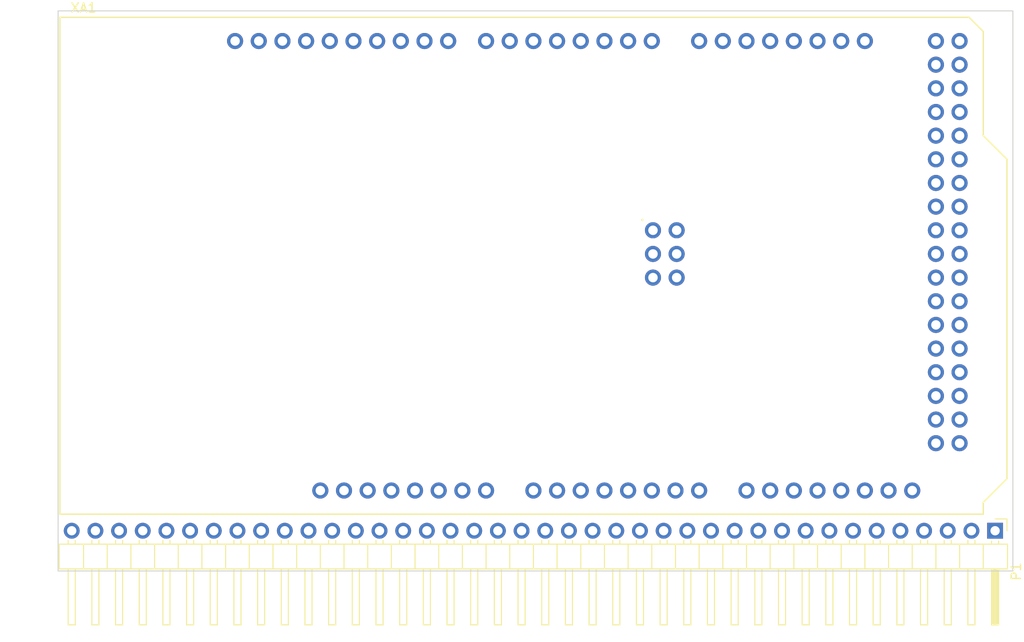
<source format=kicad_pcb>
(kicad_pcb (version 20171130) (host pcbnew "(5.1.10)-1")

  (general
    (thickness 1.6)
    (drawings 4)
    (tracks 0)
    (zones 0)
    (modules 2)
    (nets 30)
  )

  (page A4)
  (layers
    (0 F.Cu signal)
    (31 B.Cu signal)
    (32 B.Adhes user)
    (33 F.Adhes user)
    (34 B.Paste user)
    (35 F.Paste user)
    (36 B.SilkS user)
    (37 F.SilkS user)
    (38 B.Mask user)
    (39 F.Mask user)
    (40 Dwgs.User user)
    (41 Cmts.User user)
    (42 Eco1.User user)
    (43 Eco2.User user)
    (44 Edge.Cuts user)
    (45 Margin user)
    (46 B.CrtYd user)
    (47 F.CrtYd user)
    (48 B.Fab user)
    (49 F.Fab user)
  )

  (setup
    (last_trace_width 0.25)
    (trace_clearance 0.2)
    (zone_clearance 0.508)
    (zone_45_only no)
    (trace_min 0.2)
    (via_size 0.8)
    (via_drill 0.4)
    (via_min_size 0.4)
    (via_min_drill 0.3)
    (uvia_size 0.3)
    (uvia_drill 0.1)
    (uvias_allowed no)
    (uvia_min_size 0.2)
    (uvia_min_drill 0.1)
    (edge_width 0.05)
    (segment_width 0.2)
    (pcb_text_width 0.3)
    (pcb_text_size 1.5 1.5)
    (mod_edge_width 0.12)
    (mod_text_size 1 1)
    (mod_text_width 0.15)
    (pad_size 1.524 1.524)
    (pad_drill 0.762)
    (pad_to_mask_clearance 0)
    (aux_axis_origin 0 0)
    (visible_elements FFFFFF7F)
    (pcbplotparams
      (layerselection 0x010fc_ffffffff)
      (usegerberextensions false)
      (usegerberattributes true)
      (usegerberadvancedattributes true)
      (creategerberjobfile true)
      (excludeedgelayer true)
      (linewidth 0.100000)
      (plotframeref false)
      (viasonmask false)
      (mode 1)
      (useauxorigin false)
      (hpglpennumber 1)
      (hpglpenspeed 20)
      (hpglpendiameter 15.000000)
      (psnegative false)
      (psa4output false)
      (plotreference true)
      (plotvalue true)
      (plotinvisibletext false)
      (padsonsilk false)
      (subtractmaskfromsilk false)
      (outputformat 1)
      (mirror false)
      (drillshape 1)
      (scaleselection 1)
      (outputdirectory ""))
  )

  (net 0 "")
  (net 1 GND)
  (net 2 Tx)
  (net 3 Rx)
  (net 4 D7)
  (net 5 D6)
  (net 6 D5)
  (net 7 D4)
  (net 8 D3)
  (net 9 D2)
  (net 10 D1)
  (net 11 D0)
  (net 12 R~W)
  (net 13 CLK)
  (net 14 A0)
  (net 15 A1)
  (net 16 A2)
  (net 17 A3)
  (net 18 A4)
  (net 19 A5)
  (net 20 A6)
  (net 21 A7)
  (net 22 A8)
  (net 23 A9)
  (net 24 A10)
  (net 25 A11)
  (net 26 A12)
  (net 27 A13)
  (net 28 A14)
  (net 29 A15)

  (net_class Default "This is the default net class."
    (clearance 0.2)
    (trace_width 0.25)
    (via_dia 0.8)
    (via_drill 0.4)
    (uvia_dia 0.3)
    (uvia_drill 0.1)
    (add_net A0)
    (add_net A1)
    (add_net A10)
    (add_net A11)
    (add_net A12)
    (add_net A13)
    (add_net A14)
    (add_net A15)
    (add_net A2)
    (add_net A3)
    (add_net A4)
    (add_net A5)
    (add_net A6)
    (add_net A7)
    (add_net A8)
    (add_net A9)
    (add_net CLK)
    (add_net D0)
    (add_net D1)
    (add_net D2)
    (add_net D3)
    (add_net D4)
    (add_net D5)
    (add_net D6)
    (add_net D7)
    (add_net GND)
    (add_net "Net-(P1-Pad18)")
    (add_net "Net-(P1-Pad19)")
    (add_net "Net-(P1-Pad20)")
    (add_net "Net-(P1-Pad22)")
    (add_net "Net-(P1-Pad23)")
    (add_net "Net-(P1-Pad25)")
    (add_net "Net-(P1-Pad26)")
    (add_net "Net-(P1-Pad37)")
    (add_net "Net-(P1-Pad38)")
    (add_net "Net-(P1-Pad39)")
    (add_net "Net-(XA1-Pad3V3)")
    (add_net "Net-(XA1-Pad5V1)")
    (add_net "Net-(XA1-Pad5V2)")
    (add_net "Net-(XA1-Pad5V3)")
    (add_net "Net-(XA1-Pad5V4)")
    (add_net "Net-(XA1-PadA0)")
    (add_net "Net-(XA1-PadA1)")
    (add_net "Net-(XA1-PadA10)")
    (add_net "Net-(XA1-PadA11)")
    (add_net "Net-(XA1-PadA12)")
    (add_net "Net-(XA1-PadA13)")
    (add_net "Net-(XA1-PadA14)")
    (add_net "Net-(XA1-PadA15)")
    (add_net "Net-(XA1-PadA2)")
    (add_net "Net-(XA1-PadA3)")
    (add_net "Net-(XA1-PadA4)")
    (add_net "Net-(XA1-PadA5)")
    (add_net "Net-(XA1-PadA6)")
    (add_net "Net-(XA1-PadA7)")
    (add_net "Net-(XA1-PadA8)")
    (add_net "Net-(XA1-PadA9)")
    (add_net "Net-(XA1-PadAREF)")
    (add_net "Net-(XA1-PadD0)")
    (add_net "Net-(XA1-PadD1)")
    (add_net "Net-(XA1-PadD10)")
    (add_net "Net-(XA1-PadD11)")
    (add_net "Net-(XA1-PadD12)")
    (add_net "Net-(XA1-PadD13)")
    (add_net "Net-(XA1-PadD14)")
    (add_net "Net-(XA1-PadD15)")
    (add_net "Net-(XA1-PadD16)")
    (add_net "Net-(XA1-PadD17)")
    (add_net "Net-(XA1-PadD18)")
    (add_net "Net-(XA1-PadD19)")
    (add_net "Net-(XA1-PadD20)")
    (add_net "Net-(XA1-PadD21)")
    (add_net "Net-(XA1-PadD23)")
    (add_net "Net-(XA1-PadD25)")
    (add_net "Net-(XA1-PadD27)")
    (add_net "Net-(XA1-PadD29)")
    (add_net "Net-(XA1-PadD31)")
    (add_net "Net-(XA1-PadD33)")
    (add_net "Net-(XA1-PadD35)")
    (add_net "Net-(XA1-PadD37)")
    (add_net "Net-(XA1-PadD4)")
    (add_net "Net-(XA1-PadD5)")
    (add_net "Net-(XA1-PadD6)")
    (add_net "Net-(XA1-PadD7)")
    (add_net "Net-(XA1-PadD8)")
    (add_net "Net-(XA1-PadD9)")
    (add_net "Net-(XA1-PadGND4)")
    (add_net "Net-(XA1-PadGND6)")
    (add_net "Net-(XA1-PadIORF)")
    (add_net "Net-(XA1-PadMISO)")
    (add_net "Net-(XA1-PadMOSI)")
    (add_net "Net-(XA1-PadRST1)")
    (add_net "Net-(XA1-PadRST2)")
    (add_net "Net-(XA1-PadSCK)")
    (add_net "Net-(XA1-PadVIN)")
    (add_net Rx)
    (add_net R~W)
    (add_net Tx)
  )

  (module ARduino:Arduino_Mega2560_Shield (layer F.Cu) (tedit 5A8605D3) (tstamp 611DDCAE)
    (at 107.1245 103.251)
    (descr https://store.arduino.cc/arduino-mega-2560-rev3)
    (path /611DB45A)
    (fp_text reference XA1 (at 2.54 -54.356) (layer F.SilkS)
      (effects (font (size 1 1) (thickness 0.15)))
    )
    (fp_text value Arduino_Mega2560_Shield (at 15.494 -54.356) (layer F.Fab)
      (effects (font (size 1 1) (thickness 0.15)))
    )
    (fp_text user . (at 62.484 -32.004) (layer F.SilkS)
      (effects (font (size 1 1) (thickness 0.15)))
    )
    (fp_line (start 9.525 -32.385) (end -6.35 -32.385) (layer B.CrtYd) (width 0.15))
    (fp_line (start 9.525 -43.815) (end -6.35 -43.815) (layer B.CrtYd) (width 0.15))
    (fp_line (start 9.525 -43.815) (end 9.525 -32.385) (layer B.CrtYd) (width 0.15))
    (fp_line (start -6.35 -43.815) (end -6.35 -32.385) (layer B.CrtYd) (width 0.15))
    (fp_line (start 11.43 -12.065) (end 11.43 -3.175) (layer B.CrtYd) (width 0.15))
    (fp_line (start -1.905 -3.175) (end 11.43 -3.175) (layer B.CrtYd) (width 0.15))
    (fp_line (start -1.905 -12.065) (end -1.905 -3.175) (layer B.CrtYd) (width 0.15))
    (fp_line (start -1.905 -12.065) (end 11.43 -12.065) (layer B.CrtYd) (width 0.15))
    (fp_line (start 0 -53.34) (end 0 0) (layer F.SilkS) (width 0.15))
    (fp_line (start 99.06 -40.64) (end 99.06 -51.816) (layer F.SilkS) (width 0.15))
    (fp_line (start 101.6 -38.1) (end 99.06 -40.64) (layer F.SilkS) (width 0.15))
    (fp_line (start 101.6 -3.81) (end 101.6 -38.1) (layer F.SilkS) (width 0.15))
    (fp_line (start 99.06 -1.27) (end 101.6 -3.81) (layer F.SilkS) (width 0.15))
    (fp_line (start 99.06 0) (end 99.06 -1.27) (layer F.SilkS) (width 0.15))
    (fp_line (start 97.536 -53.34) (end 99.06 -51.816) (layer F.SilkS) (width 0.15))
    (fp_line (start 0 0) (end 99.06 0) (layer F.SilkS) (width 0.15))
    (fp_line (start 0 -53.34) (end 97.536 -53.34) (layer F.SilkS) (width 0.15))
    (pad MISO thru_hole oval (at 63.627 -30.48) (size 1.7272 1.7272) (drill 1.016) (layers *.Cu *.Mask))
    (pad GND6 thru_hole oval (at 96.52 -7.62) (size 1.7272 1.7272) (drill 1.016) (layers *.Cu *.Mask))
    (pad GND5 thru_hole oval (at 93.98 -7.62) (size 1.7272 1.7272) (drill 1.016) (layers *.Cu *.Mask)
      (net 1 GND))
    (pad D53 thru_hole oval (at 96.52 -10.16) (size 1.7272 1.7272) (drill 1.016) (layers *.Cu *.Mask)
      (net 4 D7))
    (pad D52 thru_hole oval (at 93.98 -10.16) (size 1.7272 1.7272) (drill 1.016) (layers *.Cu *.Mask)
      (net 14 A0))
    (pad D51 thru_hole oval (at 96.52 -12.7) (size 1.7272 1.7272) (drill 1.016) (layers *.Cu *.Mask)
      (net 5 D6))
    (pad D50 thru_hole oval (at 93.98 -12.7) (size 1.7272 1.7272) (drill 1.016) (layers *.Cu *.Mask)
      (net 15 A1))
    (pad D49 thru_hole oval (at 96.52 -15.24) (size 1.7272 1.7272) (drill 1.016) (layers *.Cu *.Mask)
      (net 6 D5))
    (pad D48 thru_hole oval (at 93.98 -15.24) (size 1.7272 1.7272) (drill 1.016) (layers *.Cu *.Mask)
      (net 16 A2))
    (pad D47 thru_hole oval (at 96.52 -17.78) (size 1.7272 1.7272) (drill 1.016) (layers *.Cu *.Mask)
      (net 7 D4))
    (pad D46 thru_hole oval (at 93.98 -17.78) (size 1.7272 1.7272) (drill 1.016) (layers *.Cu *.Mask)
      (net 17 A3))
    (pad D45 thru_hole oval (at 96.52 -20.32) (size 1.7272 1.7272) (drill 1.016) (layers *.Cu *.Mask)
      (net 8 D3))
    (pad D44 thru_hole oval (at 93.98 -20.32) (size 1.7272 1.7272) (drill 1.016) (layers *.Cu *.Mask)
      (net 18 A4))
    (pad D43 thru_hole oval (at 96.52 -22.86) (size 1.7272 1.7272) (drill 1.016) (layers *.Cu *.Mask)
      (net 9 D2))
    (pad D42 thru_hole oval (at 93.98 -22.86) (size 1.7272 1.7272) (drill 1.016) (layers *.Cu *.Mask)
      (net 19 A5))
    (pad D41 thru_hole oval (at 96.52 -25.4) (size 1.7272 1.7272) (drill 1.016) (layers *.Cu *.Mask)
      (net 10 D1))
    (pad D40 thru_hole oval (at 93.98 -25.4) (size 1.7272 1.7272) (drill 1.016) (layers *.Cu *.Mask)
      (net 20 A6))
    (pad D39 thru_hole oval (at 96.52 -27.94) (size 1.7272 1.7272) (drill 1.016) (layers *.Cu *.Mask)
      (net 11 D0))
    (pad D38 thru_hole oval (at 93.98 -27.94) (size 1.7272 1.7272) (drill 1.016) (layers *.Cu *.Mask)
      (net 21 A7))
    (pad D37 thru_hole oval (at 96.52 -30.48) (size 1.7272 1.7272) (drill 1.016) (layers *.Cu *.Mask))
    (pad D36 thru_hole oval (at 93.98 -30.48) (size 1.7272 1.7272) (drill 1.016) (layers *.Cu *.Mask)
      (net 22 A8))
    (pad D35 thru_hole oval (at 96.52 -33.02) (size 1.7272 1.7272) (drill 1.016) (layers *.Cu *.Mask))
    (pad D34 thru_hole oval (at 93.98 -33.02) (size 1.7272 1.7272) (drill 1.016) (layers *.Cu *.Mask)
      (net 23 A9))
    (pad D33 thru_hole oval (at 96.52 -35.56) (size 1.7272 1.7272) (drill 1.016) (layers *.Cu *.Mask))
    (pad D32 thru_hole oval (at 93.98 -35.56) (size 1.7272 1.7272) (drill 1.016) (layers *.Cu *.Mask)
      (net 24 A10))
    (pad D31 thru_hole oval (at 96.52 -38.1) (size 1.7272 1.7272) (drill 1.016) (layers *.Cu *.Mask))
    (pad D30 thru_hole oval (at 93.98 -38.1) (size 1.7272 1.7272) (drill 1.016) (layers *.Cu *.Mask)
      (net 25 A11))
    (pad D29 thru_hole oval (at 96.52 -40.64) (size 1.7272 1.7272) (drill 1.016) (layers *.Cu *.Mask))
    (pad D28 thru_hole oval (at 93.98 -40.64) (size 1.7272 1.7272) (drill 1.016) (layers *.Cu *.Mask)
      (net 26 A12))
    (pad D27 thru_hole oval (at 96.52 -43.18) (size 1.7272 1.7272) (drill 1.016) (layers *.Cu *.Mask))
    (pad D26 thru_hole oval (at 93.98 -43.18) (size 1.7272 1.7272) (drill 1.016) (layers *.Cu *.Mask)
      (net 27 A13))
    (pad D25 thru_hole oval (at 96.52 -45.72) (size 1.7272 1.7272) (drill 1.016) (layers *.Cu *.Mask))
    (pad D24 thru_hole oval (at 93.98 -45.72) (size 1.7272 1.7272) (drill 1.016) (layers *.Cu *.Mask)
      (net 28 A14))
    (pad D23 thru_hole oval (at 96.52 -48.26) (size 1.7272 1.7272) (drill 1.016) (layers *.Cu *.Mask))
    (pad D22 thru_hole oval (at 93.98 -48.26) (size 1.7272 1.7272) (drill 1.016) (layers *.Cu *.Mask)
      (net 29 A15))
    (pad 5V4 thru_hole oval (at 96.52 -50.8) (size 1.7272 1.7272) (drill 1.016) (layers *.Cu *.Mask))
    (pad 5V3 thru_hole oval (at 93.98 -50.8) (size 1.7272 1.7272) (drill 1.016) (layers *.Cu *.Mask))
    (pad A15 thru_hole oval (at 91.44 -2.54) (size 1.7272 1.7272) (drill 1.016) (layers *.Cu *.Mask))
    (pad A14 thru_hole oval (at 88.9 -2.54) (size 1.7272 1.7272) (drill 1.016) (layers *.Cu *.Mask))
    (pad A13 thru_hole oval (at 86.36 -2.54) (size 1.7272 1.7272) (drill 1.016) (layers *.Cu *.Mask))
    (pad A12 thru_hole oval (at 83.82 -2.54) (size 1.7272 1.7272) (drill 1.016) (layers *.Cu *.Mask))
    (pad A11 thru_hole oval (at 81.28 -2.54) (size 1.7272 1.7272) (drill 1.016) (layers *.Cu *.Mask))
    (pad A10 thru_hole oval (at 78.74 -2.54) (size 1.7272 1.7272) (drill 1.016) (layers *.Cu *.Mask))
    (pad A9 thru_hole oval (at 76.2 -2.54) (size 1.7272 1.7272) (drill 1.016) (layers *.Cu *.Mask))
    (pad A8 thru_hole oval (at 73.66 -2.54) (size 1.7272 1.7272) (drill 1.016) (layers *.Cu *.Mask))
    (pad A7 thru_hole oval (at 68.58 -2.54) (size 1.7272 1.7272) (drill 1.016) (layers *.Cu *.Mask))
    (pad A6 thru_hole oval (at 66.04 -2.54) (size 1.7272 1.7272) (drill 1.016) (layers *.Cu *.Mask))
    (pad A5 thru_hole oval (at 63.5 -2.54) (size 1.7272 1.7272) (drill 1.016) (layers *.Cu *.Mask))
    (pad A4 thru_hole oval (at 60.96 -2.54) (size 1.7272 1.7272) (drill 1.016) (layers *.Cu *.Mask))
    (pad A3 thru_hole oval (at 58.42 -2.54) (size 1.7272 1.7272) (drill 1.016) (layers *.Cu *.Mask))
    (pad A2 thru_hole oval (at 55.88 -2.54) (size 1.7272 1.7272) (drill 1.016) (layers *.Cu *.Mask))
    (pad A1 thru_hole oval (at 53.34 -2.54) (size 1.7272 1.7272) (drill 1.016) (layers *.Cu *.Mask))
    (pad "" thru_hole oval (at 27.94 -2.54) (size 1.7272 1.7272) (drill 1.016) (layers *.Cu *.Mask))
    (pad D11 thru_hole oval (at 34.036 -50.8) (size 1.7272 1.7272) (drill 1.016) (layers *.Cu *.Mask))
    (pad D12 thru_hole oval (at 31.496 -50.8) (size 1.7272 1.7272) (drill 1.016) (layers *.Cu *.Mask))
    (pad D13 thru_hole oval (at 28.956 -50.8) (size 1.7272 1.7272) (drill 1.016) (layers *.Cu *.Mask))
    (pad AREF thru_hole oval (at 23.876 -50.8) (size 1.7272 1.7272) (drill 1.016) (layers *.Cu *.Mask))
    (pad SDA thru_hole oval (at 21.336 -50.8) (size 1.7272 1.7272) (drill 1.016) (layers *.Cu *.Mask)
      (net 3 Rx))
    (pad SCL thru_hole oval (at 18.796 -50.8) (size 1.7272 1.7272) (drill 1.016) (layers *.Cu *.Mask)
      (net 2 Tx))
    (pad "" np_thru_hole circle (at 13.97 -2.54) (size 3.2 3.2) (drill 3.2) (layers *.Cu *.Mask))
    (pad "" np_thru_hole circle (at 96.52 -2.54) (size 3.2 3.2) (drill 3.2) (layers *.Cu *.Mask))
    (pad "" np_thru_hole circle (at 15.24 -50.8) (size 3.2 3.2) (drill 3.2) (layers *.Cu *.Mask))
    (pad "" np_thru_hole circle (at 90.17 -50.8) (size 3.2 3.2) (drill 3.2) (layers *.Cu *.Mask))
    (pad "" np_thru_hole circle (at 66.04 -35.56) (size 3.2 3.2) (drill 3.2) (layers *.Cu *.Mask))
    (pad "" np_thru_hole circle (at 66.04 -7.62) (size 3.2 3.2) (drill 3.2) (layers *.Cu *.Mask))
    (pad D10 thru_hole oval (at 36.576 -50.8) (size 1.7272 1.7272) (drill 1.016) (layers *.Cu *.Mask))
    (pad D9 thru_hole oval (at 39.116 -50.8) (size 1.7272 1.7272) (drill 1.016) (layers *.Cu *.Mask))
    (pad D8 thru_hole oval (at 41.656 -50.8) (size 1.7272 1.7272) (drill 1.016) (layers *.Cu *.Mask))
    (pad GND1 thru_hole oval (at 26.416 -50.8) (size 1.7272 1.7272) (drill 1.016) (layers *.Cu *.Mask)
      (net 1 GND))
    (pad D7 thru_hole oval (at 45.72 -50.8) (size 1.7272 1.7272) (drill 1.016) (layers *.Cu *.Mask))
    (pad D6 thru_hole oval (at 48.26 -50.8) (size 1.7272 1.7272) (drill 1.016) (layers *.Cu *.Mask))
    (pad D5 thru_hole oval (at 50.8 -50.8) (size 1.7272 1.7272) (drill 1.016) (layers *.Cu *.Mask))
    (pad D4 thru_hole oval (at 53.34 -50.8) (size 1.7272 1.7272) (drill 1.016) (layers *.Cu *.Mask))
    (pad D3 thru_hole oval (at 55.88 -50.8) (size 1.7272 1.7272) (drill 1.016) (layers *.Cu *.Mask)
      (net 12 R~W))
    (pad D2 thru_hole oval (at 58.42 -50.8) (size 1.7272 1.7272) (drill 1.016) (layers *.Cu *.Mask)
      (net 13 CLK))
    (pad D1 thru_hole oval (at 60.96 -50.8) (size 1.7272 1.7272) (drill 1.016) (layers *.Cu *.Mask))
    (pad D0 thru_hole oval (at 63.5 -50.8) (size 1.7272 1.7272) (drill 1.016) (layers *.Cu *.Mask))
    (pad D14 thru_hole oval (at 68.58 -50.8) (size 1.7272 1.7272) (drill 1.016) (layers *.Cu *.Mask))
    (pad D15 thru_hole oval (at 71.12 -50.8) (size 1.7272 1.7272) (drill 1.016) (layers *.Cu *.Mask))
    (pad D16 thru_hole oval (at 73.66 -50.8) (size 1.7272 1.7272) (drill 1.016) (layers *.Cu *.Mask))
    (pad D17 thru_hole oval (at 76.2 -50.8) (size 1.7272 1.7272) (drill 1.016) (layers *.Cu *.Mask))
    (pad D18 thru_hole oval (at 78.74 -50.8) (size 1.7272 1.7272) (drill 1.016) (layers *.Cu *.Mask))
    (pad D19 thru_hole oval (at 81.28 -50.8) (size 1.7272 1.7272) (drill 1.016) (layers *.Cu *.Mask))
    (pad D20 thru_hole oval (at 83.82 -50.8) (size 1.7272 1.7272) (drill 1.016) (layers *.Cu *.Mask))
    (pad D21 thru_hole oval (at 86.36 -50.8) (size 1.7272 1.7272) (drill 1.016) (layers *.Cu *.Mask))
    (pad IORF thru_hole oval (at 30.48 -2.54) (size 1.7272 1.7272) (drill 1.016) (layers *.Cu *.Mask))
    (pad RST1 thru_hole oval (at 33.02 -2.54) (size 1.7272 1.7272) (drill 1.016) (layers *.Cu *.Mask))
    (pad 3V3 thru_hole oval (at 35.56 -2.54) (size 1.7272 1.7272) (drill 1.016) (layers *.Cu *.Mask))
    (pad 5V1 thru_hole oval (at 38.1 -2.54) (size 1.7272 1.7272) (drill 1.016) (layers *.Cu *.Mask))
    (pad GND2 thru_hole oval (at 40.64 -2.54) (size 1.7272 1.7272) (drill 1.016) (layers *.Cu *.Mask)
      (net 1 GND))
    (pad GND3 thru_hole oval (at 43.18 -2.54) (size 1.7272 1.7272) (drill 1.016) (layers *.Cu *.Mask)
      (net 1 GND))
    (pad VIN thru_hole oval (at 45.72 -2.54) (size 1.7272 1.7272) (drill 1.016) (layers *.Cu *.Mask))
    (pad A0 thru_hole oval (at 50.8 -2.54) (size 1.7272 1.7272) (drill 1.016) (layers *.Cu *.Mask))
    (pad 5V2 thru_hole oval (at 66.167 -30.48) (size 1.7272 1.7272) (drill 1.016) (layers *.Cu *.Mask))
    (pad SCK thru_hole oval (at 63.627 -27.94) (size 1.7272 1.7272) (drill 1.016) (layers *.Cu *.Mask))
    (pad MOSI thru_hole oval (at 66.167 -27.94) (size 1.7272 1.7272) (drill 1.016) (layers *.Cu *.Mask))
    (pad GND4 thru_hole oval (at 66.167 -25.4) (size 1.7272 1.7272) (drill 1.016) (layers *.Cu *.Mask))
    (pad RST2 thru_hole oval (at 63.627 -25.4) (size 1.7272 1.7272) (drill 1.016) (layers *.Cu *.Mask))
  )

  (module Connector_PinHeader_2.54mm:PinHeader_1x40_P2.54mm_Horizontal (layer F.Cu) (tedit 59FED5CB) (tstamp 611DDC36)
    (at 207.4545 105.029 270)
    (descr "Through hole angled pin header, 1x40, 2.54mm pitch, 6mm pin length, single row")
    (tags "Through hole angled pin header THT 1x40 2.54mm single row")
    (path /611E103E)
    (fp_text reference P1 (at 4.385 -2.27 90) (layer F.SilkS)
      (effects (font (size 1 1) (thickness 0.15)))
    )
    (fp_text value 6502xBusConnector (at 4.385 101.33 90) (layer F.Fab)
      (effects (font (size 1 1) (thickness 0.15)))
    )
    (fp_text user %R (at 2.77 49.53) (layer F.Fab)
      (effects (font (size 1 1) (thickness 0.15)))
    )
    (fp_line (start 2.135 -1.27) (end 4.04 -1.27) (layer F.Fab) (width 0.1))
    (fp_line (start 4.04 -1.27) (end 4.04 100.33) (layer F.Fab) (width 0.1))
    (fp_line (start 4.04 100.33) (end 1.5 100.33) (layer F.Fab) (width 0.1))
    (fp_line (start 1.5 100.33) (end 1.5 -0.635) (layer F.Fab) (width 0.1))
    (fp_line (start 1.5 -0.635) (end 2.135 -1.27) (layer F.Fab) (width 0.1))
    (fp_line (start -0.32 -0.32) (end 1.5 -0.32) (layer F.Fab) (width 0.1))
    (fp_line (start -0.32 -0.32) (end -0.32 0.32) (layer F.Fab) (width 0.1))
    (fp_line (start -0.32 0.32) (end 1.5 0.32) (layer F.Fab) (width 0.1))
    (fp_line (start 4.04 -0.32) (end 10.04 -0.32) (layer F.Fab) (width 0.1))
    (fp_line (start 10.04 -0.32) (end 10.04 0.32) (layer F.Fab) (width 0.1))
    (fp_line (start 4.04 0.32) (end 10.04 0.32) (layer F.Fab) (width 0.1))
    (fp_line (start -0.32 2.22) (end 1.5 2.22) (layer F.Fab) (width 0.1))
    (fp_line (start -0.32 2.22) (end -0.32 2.86) (layer F.Fab) (width 0.1))
    (fp_line (start -0.32 2.86) (end 1.5 2.86) (layer F.Fab) (width 0.1))
    (fp_line (start 4.04 2.22) (end 10.04 2.22) (layer F.Fab) (width 0.1))
    (fp_line (start 10.04 2.22) (end 10.04 2.86) (layer F.Fab) (width 0.1))
    (fp_line (start 4.04 2.86) (end 10.04 2.86) (layer F.Fab) (width 0.1))
    (fp_line (start -0.32 4.76) (end 1.5 4.76) (layer F.Fab) (width 0.1))
    (fp_line (start -0.32 4.76) (end -0.32 5.4) (layer F.Fab) (width 0.1))
    (fp_line (start -0.32 5.4) (end 1.5 5.4) (layer F.Fab) (width 0.1))
    (fp_line (start 4.04 4.76) (end 10.04 4.76) (layer F.Fab) (width 0.1))
    (fp_line (start 10.04 4.76) (end 10.04 5.4) (layer F.Fab) (width 0.1))
    (fp_line (start 4.04 5.4) (end 10.04 5.4) (layer F.Fab) (width 0.1))
    (fp_line (start -0.32 7.3) (end 1.5 7.3) (layer F.Fab) (width 0.1))
    (fp_line (start -0.32 7.3) (end -0.32 7.94) (layer F.Fab) (width 0.1))
    (fp_line (start -0.32 7.94) (end 1.5 7.94) (layer F.Fab) (width 0.1))
    (fp_line (start 4.04 7.3) (end 10.04 7.3) (layer F.Fab) (width 0.1))
    (fp_line (start 10.04 7.3) (end 10.04 7.94) (layer F.Fab) (width 0.1))
    (fp_line (start 4.04 7.94) (end 10.04 7.94) (layer F.Fab) (width 0.1))
    (fp_line (start -0.32 9.84) (end 1.5 9.84) (layer F.Fab) (width 0.1))
    (fp_line (start -0.32 9.84) (end -0.32 10.48) (layer F.Fab) (width 0.1))
    (fp_line (start -0.32 10.48) (end 1.5 10.48) (layer F.Fab) (width 0.1))
    (fp_line (start 4.04 9.84) (end 10.04 9.84) (layer F.Fab) (width 0.1))
    (fp_line (start 10.04 9.84) (end 10.04 10.48) (layer F.Fab) (width 0.1))
    (fp_line (start 4.04 10.48) (end 10.04 10.48) (layer F.Fab) (width 0.1))
    (fp_line (start -0.32 12.38) (end 1.5 12.38) (layer F.Fab) (width 0.1))
    (fp_line (start -0.32 12.38) (end -0.32 13.02) (layer F.Fab) (width 0.1))
    (fp_line (start -0.32 13.02) (end 1.5 13.02) (layer F.Fab) (width 0.1))
    (fp_line (start 4.04 12.38) (end 10.04 12.38) (layer F.Fab) (width 0.1))
    (fp_line (start 10.04 12.38) (end 10.04 13.02) (layer F.Fab) (width 0.1))
    (fp_line (start 4.04 13.02) (end 10.04 13.02) (layer F.Fab) (width 0.1))
    (fp_line (start -0.32 14.92) (end 1.5 14.92) (layer F.Fab) (width 0.1))
    (fp_line (start -0.32 14.92) (end -0.32 15.56) (layer F.Fab) (width 0.1))
    (fp_line (start -0.32 15.56) (end 1.5 15.56) (layer F.Fab) (width 0.1))
    (fp_line (start 4.04 14.92) (end 10.04 14.92) (layer F.Fab) (width 0.1))
    (fp_line (start 10.04 14.92) (end 10.04 15.56) (layer F.Fab) (width 0.1))
    (fp_line (start 4.04 15.56) (end 10.04 15.56) (layer F.Fab) (width 0.1))
    (fp_line (start -0.32 17.46) (end 1.5 17.46) (layer F.Fab) (width 0.1))
    (fp_line (start -0.32 17.46) (end -0.32 18.1) (layer F.Fab) (width 0.1))
    (fp_line (start -0.32 18.1) (end 1.5 18.1) (layer F.Fab) (width 0.1))
    (fp_line (start 4.04 17.46) (end 10.04 17.46) (layer F.Fab) (width 0.1))
    (fp_line (start 10.04 17.46) (end 10.04 18.1) (layer F.Fab) (width 0.1))
    (fp_line (start 4.04 18.1) (end 10.04 18.1) (layer F.Fab) (width 0.1))
    (fp_line (start -0.32 20) (end 1.5 20) (layer F.Fab) (width 0.1))
    (fp_line (start -0.32 20) (end -0.32 20.64) (layer F.Fab) (width 0.1))
    (fp_line (start -0.32 20.64) (end 1.5 20.64) (layer F.Fab) (width 0.1))
    (fp_line (start 4.04 20) (end 10.04 20) (layer F.Fab) (width 0.1))
    (fp_line (start 10.04 20) (end 10.04 20.64) (layer F.Fab) (width 0.1))
    (fp_line (start 4.04 20.64) (end 10.04 20.64) (layer F.Fab) (width 0.1))
    (fp_line (start -0.32 22.54) (end 1.5 22.54) (layer F.Fab) (width 0.1))
    (fp_line (start -0.32 22.54) (end -0.32 23.18) (layer F.Fab) (width 0.1))
    (fp_line (start -0.32 23.18) (end 1.5 23.18) (layer F.Fab) (width 0.1))
    (fp_line (start 4.04 22.54) (end 10.04 22.54) (layer F.Fab) (width 0.1))
    (fp_line (start 10.04 22.54) (end 10.04 23.18) (layer F.Fab) (width 0.1))
    (fp_line (start 4.04 23.18) (end 10.04 23.18) (layer F.Fab) (width 0.1))
    (fp_line (start -0.32 25.08) (end 1.5 25.08) (layer F.Fab) (width 0.1))
    (fp_line (start -0.32 25.08) (end -0.32 25.72) (layer F.Fab) (width 0.1))
    (fp_line (start -0.32 25.72) (end 1.5 25.72) (layer F.Fab) (width 0.1))
    (fp_line (start 4.04 25.08) (end 10.04 25.08) (layer F.Fab) (width 0.1))
    (fp_line (start 10.04 25.08) (end 10.04 25.72) (layer F.Fab) (width 0.1))
    (fp_line (start 4.04 25.72) (end 10.04 25.72) (layer F.Fab) (width 0.1))
    (fp_line (start -0.32 27.62) (end 1.5 27.62) (layer F.Fab) (width 0.1))
    (fp_line (start -0.32 27.62) (end -0.32 28.26) (layer F.Fab) (width 0.1))
    (fp_line (start -0.32 28.26) (end 1.5 28.26) (layer F.Fab) (width 0.1))
    (fp_line (start 4.04 27.62) (end 10.04 27.62) (layer F.Fab) (width 0.1))
    (fp_line (start 10.04 27.62) (end 10.04 28.26) (layer F.Fab) (width 0.1))
    (fp_line (start 4.04 28.26) (end 10.04 28.26) (layer F.Fab) (width 0.1))
    (fp_line (start -0.32 30.16) (end 1.5 30.16) (layer F.Fab) (width 0.1))
    (fp_line (start -0.32 30.16) (end -0.32 30.8) (layer F.Fab) (width 0.1))
    (fp_line (start -0.32 30.8) (end 1.5 30.8) (layer F.Fab) (width 0.1))
    (fp_line (start 4.04 30.16) (end 10.04 30.16) (layer F.Fab) (width 0.1))
    (fp_line (start 10.04 30.16) (end 10.04 30.8) (layer F.Fab) (width 0.1))
    (fp_line (start 4.04 30.8) (end 10.04 30.8) (layer F.Fab) (width 0.1))
    (fp_line (start -0.32 32.7) (end 1.5 32.7) (layer F.Fab) (width 0.1))
    (fp_line (start -0.32 32.7) (end -0.32 33.34) (layer F.Fab) (width 0.1))
    (fp_line (start -0.32 33.34) (end 1.5 33.34) (layer F.Fab) (width 0.1))
    (fp_line (start 4.04 32.7) (end 10.04 32.7) (layer F.Fab) (width 0.1))
    (fp_line (start 10.04 32.7) (end 10.04 33.34) (layer F.Fab) (width 0.1))
    (fp_line (start 4.04 33.34) (end 10.04 33.34) (layer F.Fab) (width 0.1))
    (fp_line (start -0.32 35.24) (end 1.5 35.24) (layer F.Fab) (width 0.1))
    (fp_line (start -0.32 35.24) (end -0.32 35.88) (layer F.Fab) (width 0.1))
    (fp_line (start -0.32 35.88) (end 1.5 35.88) (layer F.Fab) (width 0.1))
    (fp_line (start 4.04 35.24) (end 10.04 35.24) (layer F.Fab) (width 0.1))
    (fp_line (start 10.04 35.24) (end 10.04 35.88) (layer F.Fab) (width 0.1))
    (fp_line (start 4.04 35.88) (end 10.04 35.88) (layer F.Fab) (width 0.1))
    (fp_line (start -0.32 37.78) (end 1.5 37.78) (layer F.Fab) (width 0.1))
    (fp_line (start -0.32 37.78) (end -0.32 38.42) (layer F.Fab) (width 0.1))
    (fp_line (start -0.32 38.42) (end 1.5 38.42) (layer F.Fab) (width 0.1))
    (fp_line (start 4.04 37.78) (end 10.04 37.78) (layer F.Fab) (width 0.1))
    (fp_line (start 10.04 37.78) (end 10.04 38.42) (layer F.Fab) (width 0.1))
    (fp_line (start 4.04 38.42) (end 10.04 38.42) (layer F.Fab) (width 0.1))
    (fp_line (start -0.32 40.32) (end 1.5 40.32) (layer F.Fab) (width 0.1))
    (fp_line (start -0.32 40.32) (end -0.32 40.96) (layer F.Fab) (width 0.1))
    (fp_line (start -0.32 40.96) (end 1.5 40.96) (layer F.Fab) (width 0.1))
    (fp_line (start 4.04 40.32) (end 10.04 40.32) (layer F.Fab) (width 0.1))
    (fp_line (start 10.04 40.32) (end 10.04 40.96) (layer F.Fab) (width 0.1))
    (fp_line (start 4.04 40.96) (end 10.04 40.96) (layer F.Fab) (width 0.1))
    (fp_line (start -0.32 42.86) (end 1.5 42.86) (layer F.Fab) (width 0.1))
    (fp_line (start -0.32 42.86) (end -0.32 43.5) (layer F.Fab) (width 0.1))
    (fp_line (start -0.32 43.5) (end 1.5 43.5) (layer F.Fab) (width 0.1))
    (fp_line (start 4.04 42.86) (end 10.04 42.86) (layer F.Fab) (width 0.1))
    (fp_line (start 10.04 42.86) (end 10.04 43.5) (layer F.Fab) (width 0.1))
    (fp_line (start 4.04 43.5) (end 10.04 43.5) (layer F.Fab) (width 0.1))
    (fp_line (start -0.32 45.4) (end 1.5 45.4) (layer F.Fab) (width 0.1))
    (fp_line (start -0.32 45.4) (end -0.32 46.04) (layer F.Fab) (width 0.1))
    (fp_line (start -0.32 46.04) (end 1.5 46.04) (layer F.Fab) (width 0.1))
    (fp_line (start 4.04 45.4) (end 10.04 45.4) (layer F.Fab) (width 0.1))
    (fp_line (start 10.04 45.4) (end 10.04 46.04) (layer F.Fab) (width 0.1))
    (fp_line (start 4.04 46.04) (end 10.04 46.04) (layer F.Fab) (width 0.1))
    (fp_line (start -0.32 47.94) (end 1.5 47.94) (layer F.Fab) (width 0.1))
    (fp_line (start -0.32 47.94) (end -0.32 48.58) (layer F.Fab) (width 0.1))
    (fp_line (start -0.32 48.58) (end 1.5 48.58) (layer F.Fab) (width 0.1))
    (fp_line (start 4.04 47.94) (end 10.04 47.94) (layer F.Fab) (width 0.1))
    (fp_line (start 10.04 47.94) (end 10.04 48.58) (layer F.Fab) (width 0.1))
    (fp_line (start 4.04 48.58) (end 10.04 48.58) (layer F.Fab) (width 0.1))
    (fp_line (start -0.32 50.48) (end 1.5 50.48) (layer F.Fab) (width 0.1))
    (fp_line (start -0.32 50.48) (end -0.32 51.12) (layer F.Fab) (width 0.1))
    (fp_line (start -0.32 51.12) (end 1.5 51.12) (layer F.Fab) (width 0.1))
    (fp_line (start 4.04 50.48) (end 10.04 50.48) (layer F.Fab) (width 0.1))
    (fp_line (start 10.04 50.48) (end 10.04 51.12) (layer F.Fab) (width 0.1))
    (fp_line (start 4.04 51.12) (end 10.04 51.12) (layer F.Fab) (width 0.1))
    (fp_line (start -0.32 53.02) (end 1.5 53.02) (layer F.Fab) (width 0.1))
    (fp_line (start -0.32 53.02) (end -0.32 53.66) (layer F.Fab) (width 0.1))
    (fp_line (start -0.32 53.66) (end 1.5 53.66) (layer F.Fab) (width 0.1))
    (fp_line (start 4.04 53.02) (end 10.04 53.02) (layer F.Fab) (width 0.1))
    (fp_line (start 10.04 53.02) (end 10.04 53.66) (layer F.Fab) (width 0.1))
    (fp_line (start 4.04 53.66) (end 10.04 53.66) (layer F.Fab) (width 0.1))
    (fp_line (start -0.32 55.56) (end 1.5 55.56) (layer F.Fab) (width 0.1))
    (fp_line (start -0.32 55.56) (end -0.32 56.2) (layer F.Fab) (width 0.1))
    (fp_line (start -0.32 56.2) (end 1.5 56.2) (layer F.Fab) (width 0.1))
    (fp_line (start 4.04 55.56) (end 10.04 55.56) (layer F.Fab) (width 0.1))
    (fp_line (start 10.04 55.56) (end 10.04 56.2) (layer F.Fab) (width 0.1))
    (fp_line (start 4.04 56.2) (end 10.04 56.2) (layer F.Fab) (width 0.1))
    (fp_line (start -0.32 58.1) (end 1.5 58.1) (layer F.Fab) (width 0.1))
    (fp_line (start -0.32 58.1) (end -0.32 58.74) (layer F.Fab) (width 0.1))
    (fp_line (start -0.32 58.74) (end 1.5 58.74) (layer F.Fab) (width 0.1))
    (fp_line (start 4.04 58.1) (end 10.04 58.1) (layer F.Fab) (width 0.1))
    (fp_line (start 10.04 58.1) (end 10.04 58.74) (layer F.Fab) (width 0.1))
    (fp_line (start 4.04 58.74) (end 10.04 58.74) (layer F.Fab) (width 0.1))
    (fp_line (start -0.32 60.64) (end 1.5 60.64) (layer F.Fab) (width 0.1))
    (fp_line (start -0.32 60.64) (end -0.32 61.28) (layer F.Fab) (width 0.1))
    (fp_line (start -0.32 61.28) (end 1.5 61.28) (layer F.Fab) (width 0.1))
    (fp_line (start 4.04 60.64) (end 10.04 60.64) (layer F.Fab) (width 0.1))
    (fp_line (start 10.04 60.64) (end 10.04 61.28) (layer F.Fab) (width 0.1))
    (fp_line (start 4.04 61.28) (end 10.04 61.28) (layer F.Fab) (width 0.1))
    (fp_line (start -0.32 63.18) (end 1.5 63.18) (layer F.Fab) (width 0.1))
    (fp_line (start -0.32 63.18) (end -0.32 63.82) (layer F.Fab) (width 0.1))
    (fp_line (start -0.32 63.82) (end 1.5 63.82) (layer F.Fab) (width 0.1))
    (fp_line (start 4.04 63.18) (end 10.04 63.18) (layer F.Fab) (width 0.1))
    (fp_line (start 10.04 63.18) (end 10.04 63.82) (layer F.Fab) (width 0.1))
    (fp_line (start 4.04 63.82) (end 10.04 63.82) (layer F.Fab) (width 0.1))
    (fp_line (start -0.32 65.72) (end 1.5 65.72) (layer F.Fab) (width 0.1))
    (fp_line (start -0.32 65.72) (end -0.32 66.36) (layer F.Fab) (width 0.1))
    (fp_line (start -0.32 66.36) (end 1.5 66.36) (layer F.Fab) (width 0.1))
    (fp_line (start 4.04 65.72) (end 10.04 65.72) (layer F.Fab) (width 0.1))
    (fp_line (start 10.04 65.72) (end 10.04 66.36) (layer F.Fab) (width 0.1))
    (fp_line (start 4.04 66.36) (end 10.04 66.36) (layer F.Fab) (width 0.1))
    (fp_line (start -0.32 68.26) (end 1.5 68.26) (layer F.Fab) (width 0.1))
    (fp_line (start -0.32 68.26) (end -0.32 68.9) (layer F.Fab) (width 0.1))
    (fp_line (start -0.32 68.9) (end 1.5 68.9) (layer F.Fab) (width 0.1))
    (fp_line (start 4.04 68.26) (end 10.04 68.26) (layer F.Fab) (width 0.1))
    (fp_line (start 10.04 68.26) (end 10.04 68.9) (layer F.Fab) (width 0.1))
    (fp_line (start 4.04 68.9) (end 10.04 68.9) (layer F.Fab) (width 0.1))
    (fp_line (start -0.32 70.8) (end 1.5 70.8) (layer F.Fab) (width 0.1))
    (fp_line (start -0.32 70.8) (end -0.32 71.44) (layer F.Fab) (width 0.1))
    (fp_line (start -0.32 71.44) (end 1.5 71.44) (layer F.Fab) (width 0.1))
    (fp_line (start 4.04 70.8) (end 10.04 70.8) (layer F.Fab) (width 0.1))
    (fp_line (start 10.04 70.8) (end 10.04 71.44) (layer F.Fab) (width 0.1))
    (fp_line (start 4.04 71.44) (end 10.04 71.44) (layer F.Fab) (width 0.1))
    (fp_line (start -0.32 73.34) (end 1.5 73.34) (layer F.Fab) (width 0.1))
    (fp_line (start -0.32 73.34) (end -0.32 73.98) (layer F.Fab) (width 0.1))
    (fp_line (start -0.32 73.98) (end 1.5 73.98) (layer F.Fab) (width 0.1))
    (fp_line (start 4.04 73.34) (end 10.04 73.34) (layer F.Fab) (width 0.1))
    (fp_line (start 10.04 73.34) (end 10.04 73.98) (layer F.Fab) (width 0.1))
    (fp_line (start 4.04 73.98) (end 10.04 73.98) (layer F.Fab) (width 0.1))
    (fp_line (start -0.32 75.88) (end 1.5 75.88) (layer F.Fab) (width 0.1))
    (fp_line (start -0.32 75.88) (end -0.32 76.52) (layer F.Fab) (width 0.1))
    (fp_line (start -0.32 76.52) (end 1.5 76.52) (layer F.Fab) (width 0.1))
    (fp_line (start 4.04 75.88) (end 10.04 75.88) (layer F.Fab) (width 0.1))
    (fp_line (start 10.04 75.88) (end 10.04 76.52) (layer F.Fab) (width 0.1))
    (fp_line (start 4.04 76.52) (end 10.04 76.52) (layer F.Fab) (width 0.1))
    (fp_line (start -0.32 78.42) (end 1.5 78.42) (layer F.Fab) (width 0.1))
    (fp_line (start -0.32 78.42) (end -0.32 79.06) (layer F.Fab) (width 0.1))
    (fp_line (start -0.32 79.06) (end 1.5 79.06) (layer F.Fab) (width 0.1))
    (fp_line (start 4.04 78.42) (end 10.04 78.42) (layer F.Fab) (width 0.1))
    (fp_line (start 10.04 78.42) (end 10.04 79.06) (layer F.Fab) (width 0.1))
    (fp_line (start 4.04 79.06) (end 10.04 79.06) (layer F.Fab) (width 0.1))
    (fp_line (start -0.32 80.96) (end 1.5 80.96) (layer F.Fab) (width 0.1))
    (fp_line (start -0.32 80.96) (end -0.32 81.6) (layer F.Fab) (width 0.1))
    (fp_line (start -0.32 81.6) (end 1.5 81.6) (layer F.Fab) (width 0.1))
    (fp_line (start 4.04 80.96) (end 10.04 80.96) (layer F.Fab) (width 0.1))
    (fp_line (start 10.04 80.96) (end 10.04 81.6) (layer F.Fab) (width 0.1))
    (fp_line (start 4.04 81.6) (end 10.04 81.6) (layer F.Fab) (width 0.1))
    (fp_line (start -0.32 83.5) (end 1.5 83.5) (layer F.Fab) (width 0.1))
    (fp_line (start -0.32 83.5) (end -0.32 84.14) (layer F.Fab) (width 0.1))
    (fp_line (start -0.32 84.14) (end 1.5 84.14) (layer F.Fab) (width 0.1))
    (fp_line (start 4.04 83.5) (end 10.04 83.5) (layer F.Fab) (width 0.1))
    (fp_line (start 10.04 83.5) (end 10.04 84.14) (layer F.Fab) (width 0.1))
    (fp_line (start 4.04 84.14) (end 10.04 84.14) (layer F.Fab) (width 0.1))
    (fp_line (start -0.32 86.04) (end 1.5 86.04) (layer F.Fab) (width 0.1))
    (fp_line (start -0.32 86.04) (end -0.32 86.68) (layer F.Fab) (width 0.1))
    (fp_line (start -0.32 86.68) (end 1.5 86.68) (layer F.Fab) (width 0.1))
    (fp_line (start 4.04 86.04) (end 10.04 86.04) (layer F.Fab) (width 0.1))
    (fp_line (start 10.04 86.04) (end 10.04 86.68) (layer F.Fab) (width 0.1))
    (fp_line (start 4.04 86.68) (end 10.04 86.68) (layer F.Fab) (width 0.1))
    (fp_line (start -0.32 88.58) (end 1.5 88.58) (layer F.Fab) (width 0.1))
    (fp_line (start -0.32 88.58) (end -0.32 89.22) (layer F.Fab) (width 0.1))
    (fp_line (start -0.32 89.22) (end 1.5 89.22) (layer F.Fab) (width 0.1))
    (fp_line (start 4.04 88.58) (end 10.04 88.58) (layer F.Fab) (width 0.1))
    (fp_line (start 10.04 88.58) (end 10.04 89.22) (layer F.Fab) (width 0.1))
    (fp_line (start 4.04 89.22) (end 10.04 89.22) (layer F.Fab) (width 0.1))
    (fp_line (start -0.32 91.12) (end 1.5 91.12) (layer F.Fab) (width 0.1))
    (fp_line (start -0.32 91.12) (end -0.32 91.76) (layer F.Fab) (width 0.1))
    (fp_line (start -0.32 91.76) (end 1.5 91.76) (layer F.Fab) (width 0.1))
    (fp_line (start 4.04 91.12) (end 10.04 91.12) (layer F.Fab) (width 0.1))
    (fp_line (start 10.04 91.12) (end 10.04 91.76) (layer F.Fab) (width 0.1))
    (fp_line (start 4.04 91.76) (end 10.04 91.76) (layer F.Fab) (width 0.1))
    (fp_line (start -0.32 93.66) (end 1.5 93.66) (layer F.Fab) (width 0.1))
    (fp_line (start -0.32 93.66) (end -0.32 94.3) (layer F.Fab) (width 0.1))
    (fp_line (start -0.32 94.3) (end 1.5 94.3) (layer F.Fab) (width 0.1))
    (fp_line (start 4.04 93.66) (end 10.04 93.66) (layer F.Fab) (width 0.1))
    (fp_line (start 10.04 93.66) (end 10.04 94.3) (layer F.Fab) (width 0.1))
    (fp_line (start 4.04 94.3) (end 10.04 94.3) (layer F.Fab) (width 0.1))
    (fp_line (start -0.32 96.2) (end 1.5 96.2) (layer F.Fab) (width 0.1))
    (fp_line (start -0.32 96.2) (end -0.32 96.84) (layer F.Fab) (width 0.1))
    (fp_line (start -0.32 96.84) (end 1.5 96.84) (layer F.Fab) (width 0.1))
    (fp_line (start 4.04 96.2) (end 10.04 96.2) (layer F.Fab) (width 0.1))
    (fp_line (start 10.04 96.2) (end 10.04 96.84) (layer F.Fab) (width 0.1))
    (fp_line (start 4.04 96.84) (end 10.04 96.84) (layer F.Fab) (width 0.1))
    (fp_line (start -0.32 98.74) (end 1.5 98.74) (layer F.Fab) (width 0.1))
    (fp_line (start -0.32 98.74) (end -0.32 99.38) (layer F.Fab) (width 0.1))
    (fp_line (start -0.32 99.38) (end 1.5 99.38) (layer F.Fab) (width 0.1))
    (fp_line (start 4.04 98.74) (end 10.04 98.74) (layer F.Fab) (width 0.1))
    (fp_line (start 10.04 98.74) (end 10.04 99.38) (layer F.Fab) (width 0.1))
    (fp_line (start 4.04 99.38) (end 10.04 99.38) (layer F.Fab) (width 0.1))
    (fp_line (start 1.44 -1.33) (end 1.44 100.39) (layer F.SilkS) (width 0.12))
    (fp_line (start 1.44 100.39) (end 4.1 100.39) (layer F.SilkS) (width 0.12))
    (fp_line (start 4.1 100.39) (end 4.1 -1.33) (layer F.SilkS) (width 0.12))
    (fp_line (start 4.1 -1.33) (end 1.44 -1.33) (layer F.SilkS) (width 0.12))
    (fp_line (start 4.1 -0.38) (end 10.1 -0.38) (layer F.SilkS) (width 0.12))
    (fp_line (start 10.1 -0.38) (end 10.1 0.38) (layer F.SilkS) (width 0.12))
    (fp_line (start 10.1 0.38) (end 4.1 0.38) (layer F.SilkS) (width 0.12))
    (fp_line (start 4.1 -0.32) (end 10.1 -0.32) (layer F.SilkS) (width 0.12))
    (fp_line (start 4.1 -0.2) (end 10.1 -0.2) (layer F.SilkS) (width 0.12))
    (fp_line (start 4.1 -0.08) (end 10.1 -0.08) (layer F.SilkS) (width 0.12))
    (fp_line (start 4.1 0.04) (end 10.1 0.04) (layer F.SilkS) (width 0.12))
    (fp_line (start 4.1 0.16) (end 10.1 0.16) (layer F.SilkS) (width 0.12))
    (fp_line (start 4.1 0.28) (end 10.1 0.28) (layer F.SilkS) (width 0.12))
    (fp_line (start 1.11 -0.38) (end 1.44 -0.38) (layer F.SilkS) (width 0.12))
    (fp_line (start 1.11 0.38) (end 1.44 0.38) (layer F.SilkS) (width 0.12))
    (fp_line (start 1.44 1.27) (end 4.1 1.27) (layer F.SilkS) (width 0.12))
    (fp_line (start 4.1 2.16) (end 10.1 2.16) (layer F.SilkS) (width 0.12))
    (fp_line (start 10.1 2.16) (end 10.1 2.92) (layer F.SilkS) (width 0.12))
    (fp_line (start 10.1 2.92) (end 4.1 2.92) (layer F.SilkS) (width 0.12))
    (fp_line (start 1.042929 2.16) (end 1.44 2.16) (layer F.SilkS) (width 0.12))
    (fp_line (start 1.042929 2.92) (end 1.44 2.92) (layer F.SilkS) (width 0.12))
    (fp_line (start 1.44 3.81) (end 4.1 3.81) (layer F.SilkS) (width 0.12))
    (fp_line (start 4.1 4.7) (end 10.1 4.7) (layer F.SilkS) (width 0.12))
    (fp_line (start 10.1 4.7) (end 10.1 5.46) (layer F.SilkS) (width 0.12))
    (fp_line (start 10.1 5.46) (end 4.1 5.46) (layer F.SilkS) (width 0.12))
    (fp_line (start 1.042929 4.7) (end 1.44 4.7) (layer F.SilkS) (width 0.12))
    (fp_line (start 1.042929 5.46) (end 1.44 5.46) (layer F.SilkS) (width 0.12))
    (fp_line (start 1.44 6.35) (end 4.1 6.35) (layer F.SilkS) (width 0.12))
    (fp_line (start 4.1 7.24) (end 10.1 7.24) (layer F.SilkS) (width 0.12))
    (fp_line (start 10.1 7.24) (end 10.1 8) (layer F.SilkS) (width 0.12))
    (fp_line (start 10.1 8) (end 4.1 8) (layer F.SilkS) (width 0.12))
    (fp_line (start 1.042929 7.24) (end 1.44 7.24) (layer F.SilkS) (width 0.12))
    (fp_line (start 1.042929 8) (end 1.44 8) (layer F.SilkS) (width 0.12))
    (fp_line (start 1.44 8.89) (end 4.1 8.89) (layer F.SilkS) (width 0.12))
    (fp_line (start 4.1 9.78) (end 10.1 9.78) (layer F.SilkS) (width 0.12))
    (fp_line (start 10.1 9.78) (end 10.1 10.54) (layer F.SilkS) (width 0.12))
    (fp_line (start 10.1 10.54) (end 4.1 10.54) (layer F.SilkS) (width 0.12))
    (fp_line (start 1.042929 9.78) (end 1.44 9.78) (layer F.SilkS) (width 0.12))
    (fp_line (start 1.042929 10.54) (end 1.44 10.54) (layer F.SilkS) (width 0.12))
    (fp_line (start 1.44 11.43) (end 4.1 11.43) (layer F.SilkS) (width 0.12))
    (fp_line (start 4.1 12.32) (end 10.1 12.32) (layer F.SilkS) (width 0.12))
    (fp_line (start 10.1 12.32) (end 10.1 13.08) (layer F.SilkS) (width 0.12))
    (fp_line (start 10.1 13.08) (end 4.1 13.08) (layer F.SilkS) (width 0.12))
    (fp_line (start 1.042929 12.32) (end 1.44 12.32) (layer F.SilkS) (width 0.12))
    (fp_line (start 1.042929 13.08) (end 1.44 13.08) (layer F.SilkS) (width 0.12))
    (fp_line (start 1.44 13.97) (end 4.1 13.97) (layer F.SilkS) (width 0.12))
    (fp_line (start 4.1 14.86) (end 10.1 14.86) (layer F.SilkS) (width 0.12))
    (fp_line (start 10.1 14.86) (end 10.1 15.62) (layer F.SilkS) (width 0.12))
    (fp_line (start 10.1 15.62) (end 4.1 15.62) (layer F.SilkS) (width 0.12))
    (fp_line (start 1.042929 14.86) (end 1.44 14.86) (layer F.SilkS) (width 0.12))
    (fp_line (start 1.042929 15.62) (end 1.44 15.62) (layer F.SilkS) (width 0.12))
    (fp_line (start 1.44 16.51) (end 4.1 16.51) (layer F.SilkS) (width 0.12))
    (fp_line (start 4.1 17.4) (end 10.1 17.4) (layer F.SilkS) (width 0.12))
    (fp_line (start 10.1 17.4) (end 10.1 18.16) (layer F.SilkS) (width 0.12))
    (fp_line (start 10.1 18.16) (end 4.1 18.16) (layer F.SilkS) (width 0.12))
    (fp_line (start 1.042929 17.4) (end 1.44 17.4) (layer F.SilkS) (width 0.12))
    (fp_line (start 1.042929 18.16) (end 1.44 18.16) (layer F.SilkS) (width 0.12))
    (fp_line (start 1.44 19.05) (end 4.1 19.05) (layer F.SilkS) (width 0.12))
    (fp_line (start 4.1 19.94) (end 10.1 19.94) (layer F.SilkS) (width 0.12))
    (fp_line (start 10.1 19.94) (end 10.1 20.7) (layer F.SilkS) (width 0.12))
    (fp_line (start 10.1 20.7) (end 4.1 20.7) (layer F.SilkS) (width 0.12))
    (fp_line (start 1.042929 19.94) (end 1.44 19.94) (layer F.SilkS) (width 0.12))
    (fp_line (start 1.042929 20.7) (end 1.44 20.7) (layer F.SilkS) (width 0.12))
    (fp_line (start 1.44 21.59) (end 4.1 21.59) (layer F.SilkS) (width 0.12))
    (fp_line (start 4.1 22.48) (end 10.1 22.48) (layer F.SilkS) (width 0.12))
    (fp_line (start 10.1 22.48) (end 10.1 23.24) (layer F.SilkS) (width 0.12))
    (fp_line (start 10.1 23.24) (end 4.1 23.24) (layer F.SilkS) (width 0.12))
    (fp_line (start 1.042929 22.48) (end 1.44 22.48) (layer F.SilkS) (width 0.12))
    (fp_line (start 1.042929 23.24) (end 1.44 23.24) (layer F.SilkS) (width 0.12))
    (fp_line (start 1.44 24.13) (end 4.1 24.13) (layer F.SilkS) (width 0.12))
    (fp_line (start 4.1 25.02) (end 10.1 25.02) (layer F.SilkS) (width 0.12))
    (fp_line (start 10.1 25.02) (end 10.1 25.78) (layer F.SilkS) (width 0.12))
    (fp_line (start 10.1 25.78) (end 4.1 25.78) (layer F.SilkS) (width 0.12))
    (fp_line (start 1.042929 25.02) (end 1.44 25.02) (layer F.SilkS) (width 0.12))
    (fp_line (start 1.042929 25.78) (end 1.44 25.78) (layer F.SilkS) (width 0.12))
    (fp_line (start 1.44 26.67) (end 4.1 26.67) (layer F.SilkS) (width 0.12))
    (fp_line (start 4.1 27.56) (end 10.1 27.56) (layer F.SilkS) (width 0.12))
    (fp_line (start 10.1 27.56) (end 10.1 28.32) (layer F.SilkS) (width 0.12))
    (fp_line (start 10.1 28.32) (end 4.1 28.32) (layer F.SilkS) (width 0.12))
    (fp_line (start 1.042929 27.56) (end 1.44 27.56) (layer F.SilkS) (width 0.12))
    (fp_line (start 1.042929 28.32) (end 1.44 28.32) (layer F.SilkS) (width 0.12))
    (fp_line (start 1.44 29.21) (end 4.1 29.21) (layer F.SilkS) (width 0.12))
    (fp_line (start 4.1 30.1) (end 10.1 30.1) (layer F.SilkS) (width 0.12))
    (fp_line (start 10.1 30.1) (end 10.1 30.86) (layer F.SilkS) (width 0.12))
    (fp_line (start 10.1 30.86) (end 4.1 30.86) (layer F.SilkS) (width 0.12))
    (fp_line (start 1.042929 30.1) (end 1.44 30.1) (layer F.SilkS) (width 0.12))
    (fp_line (start 1.042929 30.86) (end 1.44 30.86) (layer F.SilkS) (width 0.12))
    (fp_line (start 1.44 31.75) (end 4.1 31.75) (layer F.SilkS) (width 0.12))
    (fp_line (start 4.1 32.64) (end 10.1 32.64) (layer F.SilkS) (width 0.12))
    (fp_line (start 10.1 32.64) (end 10.1 33.4) (layer F.SilkS) (width 0.12))
    (fp_line (start 10.1 33.4) (end 4.1 33.4) (layer F.SilkS) (width 0.12))
    (fp_line (start 1.042929 32.64) (end 1.44 32.64) (layer F.SilkS) (width 0.12))
    (fp_line (start 1.042929 33.4) (end 1.44 33.4) (layer F.SilkS) (width 0.12))
    (fp_line (start 1.44 34.29) (end 4.1 34.29) (layer F.SilkS) (width 0.12))
    (fp_line (start 4.1 35.18) (end 10.1 35.18) (layer F.SilkS) (width 0.12))
    (fp_line (start 10.1 35.18) (end 10.1 35.94) (layer F.SilkS) (width 0.12))
    (fp_line (start 10.1 35.94) (end 4.1 35.94) (layer F.SilkS) (width 0.12))
    (fp_line (start 1.042929 35.18) (end 1.44 35.18) (layer F.SilkS) (width 0.12))
    (fp_line (start 1.042929 35.94) (end 1.44 35.94) (layer F.SilkS) (width 0.12))
    (fp_line (start 1.44 36.83) (end 4.1 36.83) (layer F.SilkS) (width 0.12))
    (fp_line (start 4.1 37.72) (end 10.1 37.72) (layer F.SilkS) (width 0.12))
    (fp_line (start 10.1 37.72) (end 10.1 38.48) (layer F.SilkS) (width 0.12))
    (fp_line (start 10.1 38.48) (end 4.1 38.48) (layer F.SilkS) (width 0.12))
    (fp_line (start 1.042929 37.72) (end 1.44 37.72) (layer F.SilkS) (width 0.12))
    (fp_line (start 1.042929 38.48) (end 1.44 38.48) (layer F.SilkS) (width 0.12))
    (fp_line (start 1.44 39.37) (end 4.1 39.37) (layer F.SilkS) (width 0.12))
    (fp_line (start 4.1 40.26) (end 10.1 40.26) (layer F.SilkS) (width 0.12))
    (fp_line (start 10.1 40.26) (end 10.1 41.02) (layer F.SilkS) (width 0.12))
    (fp_line (start 10.1 41.02) (end 4.1 41.02) (layer F.SilkS) (width 0.12))
    (fp_line (start 1.042929 40.26) (end 1.44 40.26) (layer F.SilkS) (width 0.12))
    (fp_line (start 1.042929 41.02) (end 1.44 41.02) (layer F.SilkS) (width 0.12))
    (fp_line (start 1.44 41.91) (end 4.1 41.91) (layer F.SilkS) (width 0.12))
    (fp_line (start 4.1 42.8) (end 10.1 42.8) (layer F.SilkS) (width 0.12))
    (fp_line (start 10.1 42.8) (end 10.1 43.56) (layer F.SilkS) (width 0.12))
    (fp_line (start 10.1 43.56) (end 4.1 43.56) (layer F.SilkS) (width 0.12))
    (fp_line (start 1.042929 42.8) (end 1.44 42.8) (layer F.SilkS) (width 0.12))
    (fp_line (start 1.042929 43.56) (end 1.44 43.56) (layer F.SilkS) (width 0.12))
    (fp_line (start 1.44 44.45) (end 4.1 44.45) (layer F.SilkS) (width 0.12))
    (fp_line (start 4.1 45.34) (end 10.1 45.34) (layer F.SilkS) (width 0.12))
    (fp_line (start 10.1 45.34) (end 10.1 46.1) (layer F.SilkS) (width 0.12))
    (fp_line (start 10.1 46.1) (end 4.1 46.1) (layer F.SilkS) (width 0.12))
    (fp_line (start 1.042929 45.34) (end 1.44 45.34) (layer F.SilkS) (width 0.12))
    (fp_line (start 1.042929 46.1) (end 1.44 46.1) (layer F.SilkS) (width 0.12))
    (fp_line (start 1.44 46.99) (end 4.1 46.99) (layer F.SilkS) (width 0.12))
    (fp_line (start 4.1 47.88) (end 10.1 47.88) (layer F.SilkS) (width 0.12))
    (fp_line (start 10.1 47.88) (end 10.1 48.64) (layer F.SilkS) (width 0.12))
    (fp_line (start 10.1 48.64) (end 4.1 48.64) (layer F.SilkS) (width 0.12))
    (fp_line (start 1.042929 47.88) (end 1.44 47.88) (layer F.SilkS) (width 0.12))
    (fp_line (start 1.042929 48.64) (end 1.44 48.64) (layer F.SilkS) (width 0.12))
    (fp_line (start 1.44 49.53) (end 4.1 49.53) (layer F.SilkS) (width 0.12))
    (fp_line (start 4.1 50.42) (end 10.1 50.42) (layer F.SilkS) (width 0.12))
    (fp_line (start 10.1 50.42) (end 10.1 51.18) (layer F.SilkS) (width 0.12))
    (fp_line (start 10.1 51.18) (end 4.1 51.18) (layer F.SilkS) (width 0.12))
    (fp_line (start 1.042929 50.42) (end 1.44 50.42) (layer F.SilkS) (width 0.12))
    (fp_line (start 1.042929 51.18) (end 1.44 51.18) (layer F.SilkS) (width 0.12))
    (fp_line (start 1.44 52.07) (end 4.1 52.07) (layer F.SilkS) (width 0.12))
    (fp_line (start 4.1 52.96) (end 10.1 52.96) (layer F.SilkS) (width 0.12))
    (fp_line (start 10.1 52.96) (end 10.1 53.72) (layer F.SilkS) (width 0.12))
    (fp_line (start 10.1 53.72) (end 4.1 53.72) (layer F.SilkS) (width 0.12))
    (fp_line (start 1.042929 52.96) (end 1.44 52.96) (layer F.SilkS) (width 0.12))
    (fp_line (start 1.042929 53.72) (end 1.44 53.72) (layer F.SilkS) (width 0.12))
    (fp_line (start 1.44 54.61) (end 4.1 54.61) (layer F.SilkS) (width 0.12))
    (fp_line (start 4.1 55.5) (end 10.1 55.5) (layer F.SilkS) (width 0.12))
    (fp_line (start 10.1 55.5) (end 10.1 56.26) (layer F.SilkS) (width 0.12))
    (fp_line (start 10.1 56.26) (end 4.1 56.26) (layer F.SilkS) (width 0.12))
    (fp_line (start 1.042929 55.5) (end 1.44 55.5) (layer F.SilkS) (width 0.12))
    (fp_line (start 1.042929 56.26) (end 1.44 56.26) (layer F.SilkS) (width 0.12))
    (fp_line (start 1.44 57.15) (end 4.1 57.15) (layer F.SilkS) (width 0.12))
    (fp_line (start 4.1 58.04) (end 10.1 58.04) (layer F.SilkS) (width 0.12))
    (fp_line (start 10.1 58.04) (end 10.1 58.8) (layer F.SilkS) (width 0.12))
    (fp_line (start 10.1 58.8) (end 4.1 58.8) (layer F.SilkS) (width 0.12))
    (fp_line (start 1.042929 58.04) (end 1.44 58.04) (layer F.SilkS) (width 0.12))
    (fp_line (start 1.042929 58.8) (end 1.44 58.8) (layer F.SilkS) (width 0.12))
    (fp_line (start 1.44 59.69) (end 4.1 59.69) (layer F.SilkS) (width 0.12))
    (fp_line (start 4.1 60.58) (end 10.1 60.58) (layer F.SilkS) (width 0.12))
    (fp_line (start 10.1 60.58) (end 10.1 61.34) (layer F.SilkS) (width 0.12))
    (fp_line (start 10.1 61.34) (end 4.1 61.34) (layer F.SilkS) (width 0.12))
    (fp_line (start 1.042929 60.58) (end 1.44 60.58) (layer F.SilkS) (width 0.12))
    (fp_line (start 1.042929 61.34) (end 1.44 61.34) (layer F.SilkS) (width 0.12))
    (fp_line (start 1.44 62.23) (end 4.1 62.23) (layer F.SilkS) (width 0.12))
    (fp_line (start 4.1 63.12) (end 10.1 63.12) (layer F.SilkS) (width 0.12))
    (fp_line (start 10.1 63.12) (end 10.1 63.88) (layer F.SilkS) (width 0.12))
    (fp_line (start 10.1 63.88) (end 4.1 63.88) (layer F.SilkS) (width 0.12))
    (fp_line (start 1.042929 63.12) (end 1.44 63.12) (layer F.SilkS) (width 0.12))
    (fp_line (start 1.042929 63.88) (end 1.44 63.88) (layer F.SilkS) (width 0.12))
    (fp_line (start 1.44 64.77) (end 4.1 64.77) (layer F.SilkS) (width 0.12))
    (fp_line (start 4.1 65.66) (end 10.1 65.66) (layer F.SilkS) (width 0.12))
    (fp_line (start 10.1 65.66) (end 10.1 66.42) (layer F.SilkS) (width 0.12))
    (fp_line (start 10.1 66.42) (end 4.1 66.42) (layer F.SilkS) (width 0.12))
    (fp_line (start 1.042929 65.66) (end 1.44 65.66) (layer F.SilkS) (width 0.12))
    (fp_line (start 1.042929 66.42) (end 1.44 66.42) (layer F.SilkS) (width 0.12))
    (fp_line (start 1.44 67.31) (end 4.1 67.31) (layer F.SilkS) (width 0.12))
    (fp_line (start 4.1 68.2) (end 10.1 68.2) (layer F.SilkS) (width 0.12))
    (fp_line (start 10.1 68.2) (end 10.1 68.96) (layer F.SilkS) (width 0.12))
    (fp_line (start 10.1 68.96) (end 4.1 68.96) (layer F.SilkS) (width 0.12))
    (fp_line (start 1.042929 68.2) (end 1.44 68.2) (layer F.SilkS) (width 0.12))
    (fp_line (start 1.042929 68.96) (end 1.44 68.96) (layer F.SilkS) (width 0.12))
    (fp_line (start 1.44 69.85) (end 4.1 69.85) (layer F.SilkS) (width 0.12))
    (fp_line (start 4.1 70.74) (end 10.1 70.74) (layer F.SilkS) (width 0.12))
    (fp_line (start 10.1 70.74) (end 10.1 71.5) (layer F.SilkS) (width 0.12))
    (fp_line (start 10.1 71.5) (end 4.1 71.5) (layer F.SilkS) (width 0.12))
    (fp_line (start 1.042929 70.74) (end 1.44 70.74) (layer F.SilkS) (width 0.12))
    (fp_line (start 1.042929 71.5) (end 1.44 71.5) (layer F.SilkS) (width 0.12))
    (fp_line (start 1.44 72.39) (end 4.1 72.39) (layer F.SilkS) (width 0.12))
    (fp_line (start 4.1 73.28) (end 10.1 73.28) (layer F.SilkS) (width 0.12))
    (fp_line (start 10.1 73.28) (end 10.1 74.04) (layer F.SilkS) (width 0.12))
    (fp_line (start 10.1 74.04) (end 4.1 74.04) (layer F.SilkS) (width 0.12))
    (fp_line (start 1.042929 73.28) (end 1.44 73.28) (layer F.SilkS) (width 0.12))
    (fp_line (start 1.042929 74.04) (end 1.44 74.04) (layer F.SilkS) (width 0.12))
    (fp_line (start 1.44 74.93) (end 4.1 74.93) (layer F.SilkS) (width 0.12))
    (fp_line (start 4.1 75.82) (end 10.1 75.82) (layer F.SilkS) (width 0.12))
    (fp_line (start 10.1 75.82) (end 10.1 76.58) (layer F.SilkS) (width 0.12))
    (fp_line (start 10.1 76.58) (end 4.1 76.58) (layer F.SilkS) (width 0.12))
    (fp_line (start 1.042929 75.82) (end 1.44 75.82) (layer F.SilkS) (width 0.12))
    (fp_line (start 1.042929 76.58) (end 1.44 76.58) (layer F.SilkS) (width 0.12))
    (fp_line (start 1.44 77.47) (end 4.1 77.47) (layer F.SilkS) (width 0.12))
    (fp_line (start 4.1 78.36) (end 10.1 78.36) (layer F.SilkS) (width 0.12))
    (fp_line (start 10.1 78.36) (end 10.1 79.12) (layer F.SilkS) (width 0.12))
    (fp_line (start 10.1 79.12) (end 4.1 79.12) (layer F.SilkS) (width 0.12))
    (fp_line (start 1.042929 78.36) (end 1.44 78.36) (layer F.SilkS) (width 0.12))
    (fp_line (start 1.042929 79.12) (end 1.44 79.12) (layer F.SilkS) (width 0.12))
    (fp_line (start 1.44 80.01) (end 4.1 80.01) (layer F.SilkS) (width 0.12))
    (fp_line (start 4.1 80.9) (end 10.1 80.9) (layer F.SilkS) (width 0.12))
    (fp_line (start 10.1 80.9) (end 10.1 81.66) (layer F.SilkS) (width 0.12))
    (fp_line (start 10.1 81.66) (end 4.1 81.66) (layer F.SilkS) (width 0.12))
    (fp_line (start 1.042929 80.9) (end 1.44 80.9) (layer F.SilkS) (width 0.12))
    (fp_line (start 1.042929 81.66) (end 1.44 81.66) (layer F.SilkS) (width 0.12))
    (fp_line (start 1.44 82.55) (end 4.1 82.55) (layer F.SilkS) (width 0.12))
    (fp_line (start 4.1 83.44) (end 10.1 83.44) (layer F.SilkS) (width 0.12))
    (fp_line (start 10.1 83.44) (end 10.1 84.2) (layer F.SilkS) (width 0.12))
    (fp_line (start 10.1 84.2) (end 4.1 84.2) (layer F.SilkS) (width 0.12))
    (fp_line (start 1.042929 83.44) (end 1.44 83.44) (layer F.SilkS) (width 0.12))
    (fp_line (start 1.042929 84.2) (end 1.44 84.2) (layer F.SilkS) (width 0.12))
    (fp_line (start 1.44 85.09) (end 4.1 85.09) (layer F.SilkS) (width 0.12))
    (fp_line (start 4.1 85.98) (end 10.1 85.98) (layer F.SilkS) (width 0.12))
    (fp_line (start 10.1 85.98) (end 10.1 86.74) (layer F.SilkS) (width 0.12))
    (fp_line (start 10.1 86.74) (end 4.1 86.74) (layer F.SilkS) (width 0.12))
    (fp_line (start 1.042929 85.98) (end 1.44 85.98) (layer F.SilkS) (width 0.12))
    (fp_line (start 1.042929 86.74) (end 1.44 86.74) (layer F.SilkS) (width 0.12))
    (fp_line (start 1.44 87.63) (end 4.1 87.63) (layer F.SilkS) (width 0.12))
    (fp_line (start 4.1 88.52) (end 10.1 88.52) (layer F.SilkS) (width 0.12))
    (fp_line (start 10.1 88.52) (end 10.1 89.28) (layer F.SilkS) (width 0.12))
    (fp_line (start 10.1 89.28) (end 4.1 89.28) (layer F.SilkS) (width 0.12))
    (fp_line (start 1.042929 88.52) (end 1.44 88.52) (layer F.SilkS) (width 0.12))
    (fp_line (start 1.042929 89.28) (end 1.44 89.28) (layer F.SilkS) (width 0.12))
    (fp_line (start 1.44 90.17) (end 4.1 90.17) (layer F.SilkS) (width 0.12))
    (fp_line (start 4.1 91.06) (end 10.1 91.06) (layer F.SilkS) (width 0.12))
    (fp_line (start 10.1 91.06) (end 10.1 91.82) (layer F.SilkS) (width 0.12))
    (fp_line (start 10.1 91.82) (end 4.1 91.82) (layer F.SilkS) (width 0.12))
    (fp_line (start 1.042929 91.06) (end 1.44 91.06) (layer F.SilkS) (width 0.12))
    (fp_line (start 1.042929 91.82) (end 1.44 91.82) (layer F.SilkS) (width 0.12))
    (fp_line (start 1.44 92.71) (end 4.1 92.71) (layer F.SilkS) (width 0.12))
    (fp_line (start 4.1 93.6) (end 10.1 93.6) (layer F.SilkS) (width 0.12))
    (fp_line (start 10.1 93.6) (end 10.1 94.36) (layer F.SilkS) (width 0.12))
    (fp_line (start 10.1 94.36) (end 4.1 94.36) (layer F.SilkS) (width 0.12))
    (fp_line (start 1.042929 93.6) (end 1.44 93.6) (layer F.SilkS) (width 0.12))
    (fp_line (start 1.042929 94.36) (end 1.44 94.36) (layer F.SilkS) (width 0.12))
    (fp_line (start 1.44 95.25) (end 4.1 95.25) (layer F.SilkS) (width 0.12))
    (fp_line (start 4.1 96.14) (end 10.1 96.14) (layer F.SilkS) (width 0.12))
    (fp_line (start 10.1 96.14) (end 10.1 96.9) (layer F.SilkS) (width 0.12))
    (fp_line (start 10.1 96.9) (end 4.1 96.9) (layer F.SilkS) (width 0.12))
    (fp_line (start 1.042929 96.14) (end 1.44 96.14) (layer F.SilkS) (width 0.12))
    (fp_line (start 1.042929 96.9) (end 1.44 96.9) (layer F.SilkS) (width 0.12))
    (fp_line (start 1.44 97.79) (end 4.1 97.79) (layer F.SilkS) (width 0.12))
    (fp_line (start 4.1 98.68) (end 10.1 98.68) (layer F.SilkS) (width 0.12))
    (fp_line (start 10.1 98.68) (end 10.1 99.44) (layer F.SilkS) (width 0.12))
    (fp_line (start 10.1 99.44) (end 4.1 99.44) (layer F.SilkS) (width 0.12))
    (fp_line (start 1.042929 98.68) (end 1.44 98.68) (layer F.SilkS) (width 0.12))
    (fp_line (start 1.042929 99.44) (end 1.44 99.44) (layer F.SilkS) (width 0.12))
    (fp_line (start -1.27 0) (end -1.27 -1.27) (layer F.SilkS) (width 0.12))
    (fp_line (start -1.27 -1.27) (end 0 -1.27) (layer F.SilkS) (width 0.12))
    (fp_line (start -1.8 -1.8) (end -1.8 100.85) (layer F.CrtYd) (width 0.05))
    (fp_line (start -1.8 100.85) (end 10.55 100.85) (layer F.CrtYd) (width 0.05))
    (fp_line (start 10.55 100.85) (end 10.55 -1.8) (layer F.CrtYd) (width 0.05))
    (fp_line (start 10.55 -1.8) (end -1.8 -1.8) (layer F.CrtYd) (width 0.05))
    (pad 40 thru_hole oval (at 0 99.06 270) (size 1.7 1.7) (drill 1) (layers *.Cu *.Mask)
      (net 1 GND))
    (pad 39 thru_hole oval (at 0 96.52 270) (size 1.7 1.7) (drill 1) (layers *.Cu *.Mask))
    (pad 38 thru_hole oval (at 0 93.98 270) (size 1.7 1.7) (drill 1) (layers *.Cu *.Mask))
    (pad 37 thru_hole oval (at 0 91.44 270) (size 1.7 1.7) (drill 1) (layers *.Cu *.Mask))
    (pad 36 thru_hole oval (at 0 88.9 270) (size 1.7 1.7) (drill 1) (layers *.Cu *.Mask)
      (net 2 Tx))
    (pad 35 thru_hole oval (at 0 86.36 270) (size 1.7 1.7) (drill 1) (layers *.Cu *.Mask)
      (net 3 Rx))
    (pad 34 thru_hole oval (at 0 83.82 270) (size 1.7 1.7) (drill 1) (layers *.Cu *.Mask)
      (net 4 D7))
    (pad 33 thru_hole oval (at 0 81.28 270) (size 1.7 1.7) (drill 1) (layers *.Cu *.Mask)
      (net 5 D6))
    (pad 32 thru_hole oval (at 0 78.74 270) (size 1.7 1.7) (drill 1) (layers *.Cu *.Mask)
      (net 6 D5))
    (pad 31 thru_hole oval (at 0 76.2 270) (size 1.7 1.7) (drill 1) (layers *.Cu *.Mask)
      (net 7 D4))
    (pad 30 thru_hole oval (at 0 73.66 270) (size 1.7 1.7) (drill 1) (layers *.Cu *.Mask)
      (net 8 D3))
    (pad 29 thru_hole oval (at 0 71.12 270) (size 1.7 1.7) (drill 1) (layers *.Cu *.Mask)
      (net 9 D2))
    (pad 28 thru_hole oval (at 0 68.58 270) (size 1.7 1.7) (drill 1) (layers *.Cu *.Mask)
      (net 10 D1))
    (pad 27 thru_hole oval (at 0 66.04 270) (size 1.7 1.7) (drill 1) (layers *.Cu *.Mask)
      (net 11 D0))
    (pad 26 thru_hole oval (at 0 63.5 270) (size 1.7 1.7) (drill 1) (layers *.Cu *.Mask))
    (pad 25 thru_hole oval (at 0 60.96 270) (size 1.7 1.7) (drill 1) (layers *.Cu *.Mask))
    (pad 24 thru_hole oval (at 0 58.42 270) (size 1.7 1.7) (drill 1) (layers *.Cu *.Mask)
      (net 12 R~W))
    (pad 23 thru_hole oval (at 0 55.88 270) (size 1.7 1.7) (drill 1) (layers *.Cu *.Mask))
    (pad 22 thru_hole oval (at 0 53.34 270) (size 1.7 1.7) (drill 1) (layers *.Cu *.Mask))
    (pad 21 thru_hole oval (at 0 50.8 270) (size 1.7 1.7) (drill 1) (layers *.Cu *.Mask)
      (net 13 CLK))
    (pad 20 thru_hole oval (at 0 48.26 270) (size 1.7 1.7) (drill 1) (layers *.Cu *.Mask))
    (pad 19 thru_hole oval (at 0 45.72 270) (size 1.7 1.7) (drill 1) (layers *.Cu *.Mask))
    (pad 18 thru_hole oval (at 0 43.18 270) (size 1.7 1.7) (drill 1) (layers *.Cu *.Mask))
    (pad 17 thru_hole oval (at 0 40.64 270) (size 1.7 1.7) (drill 1) (layers *.Cu *.Mask)
      (net 1 GND))
    (pad 16 thru_hole oval (at 0 38.1 270) (size 1.7 1.7) (drill 1) (layers *.Cu *.Mask)
      (net 14 A0))
    (pad 15 thru_hole oval (at 0 35.56 270) (size 1.7 1.7) (drill 1) (layers *.Cu *.Mask)
      (net 15 A1))
    (pad 14 thru_hole oval (at 0 33.02 270) (size 1.7 1.7) (drill 1) (layers *.Cu *.Mask)
      (net 16 A2))
    (pad 13 thru_hole oval (at 0 30.48 270) (size 1.7 1.7) (drill 1) (layers *.Cu *.Mask)
      (net 17 A3))
    (pad 12 thru_hole oval (at 0 27.94 270) (size 1.7 1.7) (drill 1) (layers *.Cu *.Mask)
      (net 18 A4))
    (pad 11 thru_hole oval (at 0 25.4 270) (size 1.7 1.7) (drill 1) (layers *.Cu *.Mask)
      (net 19 A5))
    (pad 10 thru_hole oval (at 0 22.86 270) (size 1.7 1.7) (drill 1) (layers *.Cu *.Mask)
      (net 20 A6))
    (pad 9 thru_hole oval (at 0 20.32 270) (size 1.7 1.7) (drill 1) (layers *.Cu *.Mask)
      (net 21 A7))
    (pad 8 thru_hole oval (at 0 17.78 270) (size 1.7 1.7) (drill 1) (layers *.Cu *.Mask)
      (net 22 A8))
    (pad 7 thru_hole oval (at 0 15.24 270) (size 1.7 1.7) (drill 1) (layers *.Cu *.Mask)
      (net 23 A9))
    (pad 6 thru_hole oval (at 0 12.7 270) (size 1.7 1.7) (drill 1) (layers *.Cu *.Mask)
      (net 24 A10))
    (pad 5 thru_hole oval (at 0 10.16 270) (size 1.7 1.7) (drill 1) (layers *.Cu *.Mask)
      (net 25 A11))
    (pad 4 thru_hole oval (at 0 7.62 270) (size 1.7 1.7) (drill 1) (layers *.Cu *.Mask)
      (net 26 A12))
    (pad 3 thru_hole oval (at 0 5.08 270) (size 1.7 1.7) (drill 1) (layers *.Cu *.Mask)
      (net 27 A13))
    (pad 2 thru_hole oval (at 0 2.54 270) (size 1.7 1.7) (drill 1) (layers *.Cu *.Mask)
      (net 28 A14))
    (pad 1 thru_hole rect (at 0 0 270) (size 1.7 1.7) (drill 1) (layers *.Cu *.Mask)
      (net 29 A15))
    (model ${KISYS3DMOD}/Connector_PinHeader_2.54mm.3dshapes/PinHeader_1x40_P2.54mm_Horizontal.wrl
      (at (xyz 0 0 0))
      (scale (xyz 1 1 1))
      (rotate (xyz 0 0 0))
    )
  )

  (gr_line (start 209.3595 49.2125) (end 209.3595 109.347) (layer Edge.Cuts) (width 0.1))
  (gr_line (start 106.934 49.2125) (end 209.3595 49.2125) (layer Edge.Cuts) (width 0.1))
  (gr_line (start 106.934 109.347) (end 106.934 49.2125) (layer Edge.Cuts) (width 0.1))
  (gr_line (start 209.3595 109.347) (end 106.934 109.347) (layer Edge.Cuts) (width 0.1))

)

</source>
